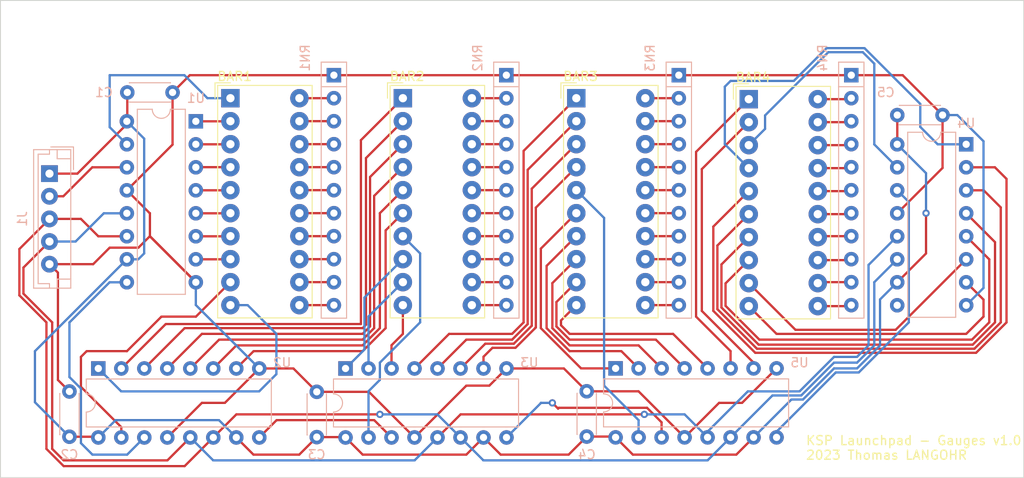
<source format=kicad_pcb>
(kicad_pcb (version 20221018) (generator pcbnew)
  (layers (0 "F.Cu" signal) (31 "B.Cu" signal) (34 "B.Paste" user) (35 "F.Paste" user) (36 "B.SilkS" user "B.Silkscreen") (37 "F.SilkS" user "F.Silkscreen") (38 "B.Mask" user) (39 "F.Mask" user) (44 "Edge.Cuts" user))
  (net 0 "")
  (net 1 "Net-(U1-QA)")
  (net 2 "Net-(U1-QB)")
  (net 3 "Net-(U1-QC)")
  (net 4 "Net-(U1-QD)")
  (net 5 "Net-(U1-QE)")
  (net 6 "Net-(U1-QF)")
  (net 7 "Net-(U1-QG)")
  (net 8 "Net-(U1-QH)")
  (net 9 "Net-(U2-QA)")
  (net 10 "Net-(U2-QB)")
  (net 11 "Net-(RN1-R10)")
  (net 12 "Net-(RN1-R9)")
  (net 13 "Net-(RN1-R8)")
  (net 14 "Net-(RN1-R7)")
  (net 15 "Net-(RN1-R6)")
  (net 16 "Net-(RN1-R5)")
  (net 17 "Net-(RN1-R4)")
  (net 18 "Net-(RN1-R3)")
  (net 19 "Net-(RN1-R2)")
  (net 20 "Net-(RN1-R1)")
  (net 21 "Net-(U2-QC)")
  (net 22 "Net-(U2-QD)")
  (net 23 "Net-(U2-QE)")
  (net 24 "Net-(U2-QF)")
  (net 25 "Net-(U2-QG)")
  (net 26 "Net-(U2-QH)")
  (net 27 "Net-(U3-QA)")
  (net 28 "Net-(U3-QB)")
  (net 29 "Net-(U3-QC)")
  (net 30 "Net-(U3-QD)")
  (net 31 "Net-(RN2-R10)")
  (net 32 "Net-(RN2-R9)")
  (net 33 "Net-(RN2-R8)")
  (net 34 "Net-(RN2-R7)")
  (net 35 "Net-(RN2-R6)")
  (net 36 "Net-(RN2-R5)")
  (net 37 "Net-(RN2-R4)")
  (net 38 "Net-(RN2-R3)")
  (net 39 "Net-(RN2-R2)")
  (net 40 "Net-(RN2-R1)")
  (net 41 "Net-(U3-QE)")
  (net 42 "Net-(U3-QF)")
  (net 43 "Net-(U3-QG)")
  (net 44 "Net-(U3-QH)")
  (net 45 "Net-(U5-QA)")
  (net 46 "Net-(U5-QB)")
  (net 47 "Net-(U5-QC)")
  (net 48 "Net-(U5-QD)")
  (net 49 "Net-(U5-QE)")
  (net 50 "Net-(U5-QF)")
  (net 51 "Net-(RN3-R10)")
  (net 52 "Net-(RN3-R9)")
  (net 53 "Net-(RN3-R8)")
  (net 54 "Net-(RN3-R7)")
  (net 55 "Net-(RN3-R6)")
  (net 56 "Net-(RN3-R5)")
  (net 57 "Net-(RN3-R4)")
  (net 58 "Net-(RN3-R3)")
  (net 59 "Net-(RN3-R2)")
  (net 60 "Net-(RN3-R1)")
  (net 61 "Net-(U5-QG)")
  (net 62 "Net-(U5-QH)")
  (net 63 "Net-(U4-QA)")
  (net 64 "Net-(U4-QB)")
  (net 65 "Net-(U4-QC)")
  (net 66 "Net-(U4-QD)")
  (net 67 "Net-(U4-QE)")
  (net 68 "Net-(U4-QF)")
  (net 69 "Net-(U4-QG)")
  (net 70 "Net-(U4-QH)")
  (net 71 "Net-(RN4-R10)")
  (net 72 "Net-(RN4-R9)")
  (net 73 "Net-(RN4-R8)")
  (net 74 "Net-(RN4-R7)")
  (net 75 "Net-(RN4-R6)")
  (net 76 "Net-(RN4-R5)")
  (net 77 "Net-(RN4-R4)")
  (net 78 "Net-(RN4-R3)")
  (net 79 "Net-(RN4-R2)")
  (net 80 "Net-(RN4-R1)")
  (net 81 "+5V")
  (net 82 "GND")
  (net 83 "/DG_DATA")
  (net 84 "/DG_CLK")
  (net 85 "/~{DG_LATCH}")
  (net 86 "Net-(U1-QH')")
  (net 87 "Net-(U2-QH')")
  (net 88 "Net-(U3-QH')")
  (net 90 "Net-(U4-SER)")
  (footprint "Display:HDSP-4832" (layer "F.Cu") (at -418.9925 39.37)
    (fp_text reference "BAR3")
    (fp_text value "HDSP-4832_2")
  )
  (footprint "Display:HDSP-4832" (layer "F.Cu") (at -438.15 39.37)
    (fp_text reference "BAR2")
    (fp_text value "HDSP-4832_2")
  )
  (footprint "Display:HDSP-4832" (layer "F.Cu") (at -399.9425 39.4775)
    (fp_text reference "BAR4")
    (fp_text value "HDSP-4832_2")
  )
  (footprint "Display:HDSP-4832" (layer "F.Cu") (at -457.2 39.37)
    (fp_text reference "BAR1")
    (fp_text value "HDSP-4832_2")
  )
  (footprint "Capacitor_THT:C_Disc_D4.3mm_W1.9mm_P5.00mm" (layer "B.Cu") (at -383.54 41.235)
    (fp_text reference "C5")
    (fp_text value "0.1 µf")
  )
  (footprint "Capacitor_THT:C_Disc_D4.3mm_W1.9mm_P5.00mm" (layer "B.Cu") (at -474.98 76.765 90)
    (fp_text reference "C2")
    (fp_text value "0.1 µf")
  )
  (footprint "Capacitor_THT:C_Disc_D4.3mm_W1.9mm_P5.00mm" (layer "B.Cu") (at -417.845 76.745 90)
    (fp_text reference "C4")
    (fp_text value "0.1 µf")
  )
  (footprint "Package_DIP:DIP-16_W7.62mm" (layer "B.Cu") (at -375.93 44.465 180)
    (fp_text reference "U4")
    (fp_text value "74HC595")
  )
  (footprint "Package_DIP:DIP-16_W7.62mm" (layer "B.Cu") (at -414.655 69.215 -90)
    (fp_text reference "U5")
    (fp_text value "74HC595")
  )
  (footprint "Capacitor_THT:C_Disc_D4.3mm_W1.9mm_P5.00mm" (layer "B.Cu") (at -447.66 76.805 90)
    (fp_text reference "C3")
    (fp_text value "0.1 µf")
  )
  (footprint "Package_DIP:DIP-16_W7.62mm" (layer "B.Cu") (at -461.02 41.925 180)
    (fp_text reference "U1")
    (fp_text value "74HC595")
  )
  (footprint "Package_DIP:DIP-16_W7.62mm" (layer "B.Cu") (at -444.485 69.225 -90)
    (fp_text reference "U3")
    (fp_text value "74HC595")
  )
  (footprint "Resistor_THT:R_Array_SIP11" (layer "B.Cu") (at -445.77 36.83 -90)
    (fp_text reference "RN1")
    (fp_text value "R470")
  )
  (footprint "Resistor_THT:R_Array_SIP11" (layer "B.Cu") (at -388.62 36.83 -90)
    (fp_text reference "RN4")
    (fp_text value "R470")
  )
  (footprint "Capacitor_THT:C_Disc_D4.3mm_W1.9mm_P5.00mm" (layer "B.Cu") (at -468.59 38.735)
    (fp_text reference "C1")
    (fp_text value "0.1 µf")
  )
  (footprint "Package_DIP:DIP-16_W7.62mm" (layer "B.Cu") (at -471.79 69.225 -90)
    (fp_text reference "U2")
    (fp_text value "74HC595")
  )
  (footprint "Resistor_THT:R_Array_SIP11" (layer "B.Cu") (at -426.72 36.83 -90)
    (fp_text reference "RN2")
    (fp_text value "R470")
  )
  (footprint "Resistor_THT:R_Array_SIP11" (layer "B.Cu") (at -407.67 36.83 -90)
    (fp_text reference "RN3")
    (fp_text value "R470")
  )
  (footprint "Connectors_JST:JST_EH_B05B-EH-A_05x2.50mm_Straight" (layer "B.Cu") (at -477.185 47.705 -90)
    (fp_text reference "J1")
    (fp_text value "Conn_01x05_Female")
  )
  (gr_rect (start -482.6 28.575) (end -369.57 81.28) (stroke (width 0.1)) (fill none) (layer "Edge.Cuts"))
  (gr_text "KSP Launchpad - Gauges v1.0\n2023 Thomas LANGOHR" (at -393.7 79.375) (layer "F.SilkS") (effects (font (size 1 1)) (justify left bottom)))
  (segment (start -462.28 36.83) (end -459.74 39.37) (width 0.25) (layer "B.Cu") (net 1))
  (segment (start -470.535 36.83) (end -462.28 36.83) (width 0.25) (layer "B.Cu") (net 1))
  (segment (start -459.74 39.37) (end -457.2 39.37) (width 0.25) (layer "B.Cu") (net 1))
  (segment (start -468.64 44.465) (end -470.535 42.57) (width 0.25) (layer "B.Cu") (net 1))
  (segment (start -470.535 42.57) (end -470.535 36.83) (width 0.25) (layer "B.Cu") (net 1))
  (segment (start -457.215 41.925) (end -457.2 41.91) (width 0.25) (layer "F.Cu") (net 2))
  (segment (start -461.02 41.925) (end -457.215 41.925) (width 0.25) (layer "F.Cu") (net 2))
  (segment (start -457.215 44.465) (end -457.2 44.45) (width 0.25) (layer "F.Cu") (net 3))
  (segment (start -461.02 44.465) (end -457.215 44.465) (width 0.25) (layer "F.Cu") (net 3))
  (segment (start -457.2 46.99) (end -461.005 46.99) (width 0.25) (layer "F.Cu") (net 4))
  (segment (start -461.005 46.99) (end -461.02 47.005) (width 0.25) (layer "F.Cu") (net 4))
  (segment (start -461.02 49.545) (end -457.215 49.545) (width 0.25) (layer "F.Cu") (net 5))
  (segment (start -457.215 49.545) (end -457.2 49.53) (width 0.25) (layer "F.Cu") (net 5))
  (segment (start -461.02 52.085) (end -457.215 52.085) (width 0.25) (layer "F.Cu") (net 6))
  (segment (start -457.215 52.085) (end -457.2 52.07) (width 0.25) (layer "F.Cu") (net 6))
  (segment (start -461.02 54.625) (end -457.215 54.625) (width 0.25) (layer "F.Cu") (net 7))
  (segment (start -457.215 54.625) (end -457.2 54.61) (width 0.25) (layer "F.Cu") (net 7))
  (segment (start -457.215 57.165) (end -457.2 57.15) (width 0.25) (layer "F.Cu") (net 8))
  (segment (start -461.02 57.165) (end -457.215 57.165) (width 0.25) (layer "F.Cu") (net 8))
  (segment (start -468.63 67.31) (end -464.82 63.5) (width 0.25) (layer "F.Cu") (net 9))
  (segment (start -469.25 75.71363) (end -473.71 71.25363) (width 0.25) (layer "F.Cu") (net 9))
  (segment (start -469.25 76.845) (end -469.25 75.71363) (width 0.25) (layer "F.Cu") (net 9))
  (segment (start -473.71 71.25363) (end -473.71 67.945) (width 0.25) (layer "F.Cu") (net 9))
  (segment (start -461.01 63.5) (end -457.2 59.69) (width 0.25) (layer "F.Cu") (net 9))
  (segment (start -464.82 63.5) (end -461.01 63.5) (width 0.25) (layer "F.Cu") (net 9))
  (segment (start -473.71 67.945) (end -473.075 67.31) (width 0.25) (layer "F.Cu") (net 9))
  (segment (start -473.075 67.31) (end -468.63 67.31) (width 0.25) (layer "F.Cu") (net 9))
  (segment (start -455.295 62.23) (end -457.2 62.23) (width 0.25) (layer "B.Cu") (net 10))
  (segment (start -471.79 69.225) (end -469.26 71.755) (width 0.25) (layer "B.Cu") (net 10))
  (segment (start -469.26 71.755) (end -454.025 71.755) (width 0.25) (layer "B.Cu") (net 10))
  (segment (start -452.12 69.85) (end -452.12 65.405) (width 0.25) (layer "B.Cu") (net 10))
  (segment (start -454.025 71.755) (end -452.12 69.85) (width 0.25) (layer "B.Cu") (net 10))
  (segment (start -452.12 65.405) (end -455.295 62.23) (width 0.25) (layer "B.Cu") (net 10))
  (segment (start -445.77 62.23) (end -449.58 62.23) (width 0.25) (layer "F.Cu") (net 11))
  (segment (start -449.58 59.69) (end -445.77 59.69) (width 0.25) (layer "F.Cu") (net 12))
  (segment (start -445.77 57.15) (end -449.58 57.15) (width 0.25) (layer "F.Cu") (net 13))
  (segment (start -449.58 54.61) (end -445.77 54.61) (width 0.25) (layer "F.Cu") (net 14))
  (segment (start -445.77 52.07) (end -449.58 52.07) (width 0.25) (layer "F.Cu") (net 15))
  (segment (start -449.58 49.53) (end -445.77 49.53) (width 0.25) (layer "F.Cu") (net 16))
  (segment (start -445.77 46.99) (end -449.58 46.99) (width 0.25) (layer "F.Cu") (net 17))
  (segment (start -449.58 44.45) (end -445.77 44.45) (width 0.25) (layer "F.Cu") (net 18))
  (segment (start -445.77 41.91) (end -449.58 41.91) (width 0.25) (layer "F.Cu") (net 19))
  (segment (start -449.58 39.37) (end -445.77 39.37) (width 0.25) (layer "F.Cu") (net 20))
  (segment (start -469.25 69.225) (end -464.342208 64.317208) (width 0.25) (layer "F.Cu") (net 21))
  (segment (start -464.342208 64.317208) (end -442.784188 64.317208) (width 0.25) (layer "F.Cu") (net 21))
  (segment (start -442.784188 64.317208) (end -442.784188 44.004188) (width 0.25) (layer "F.Cu") (net 21))
  (segment (start -442.784188 44.004188) (end -438.15 39.37) (width 0.25) (layer "F.Cu") (net 21))
  (segment (start -462.252208 64.767208) (end -442.597792 64.767208) (width 0.25) (layer "F.Cu") (net 22))
  (segment (start -442.225 64.394416) (end -442.225 45.985) (width 0.25) (layer "F.Cu") (net 22))
  (segment (start -466.71 69.225) (end -462.252208 64.767208) (width 0.25) (layer "F.Cu") (net 22))
  (segment (start -442.225 45.985) (end -438.15 41.91) (width 0.25) (layer "F.Cu") (net 22))
  (segment (start -442.597792 64.767208) (end -442.225 64.394416) (width 0.25) (layer "F.Cu") (net 22))
  (segment (start -441.775 48.075) (end -438.15 44.45) (width 0.25) (layer "F.Cu") (net 23))
  (segment (start -442.597094 65.402906) (end -441.775 64.580812) (width 0.25) (layer "F.Cu") (net 23))
  (segment (start -460.347906 65.402906) (end -442.597094 65.402906) (width 0.25) (layer "F.Cu") (net 23))
  (segment (start -464.17 69.225) (end -460.347906 65.402906) (width 0.25) (layer "F.Cu") (net 23))
  (segment (start -441.775 64.580812) (end -441.775 48.075) (width 0.25) (layer "F.Cu") (net 23))
  (segment (start -441.325 64.767208) (end -441.325 50.165) (width 0.25) (layer "F.Cu") (net 24))
  (segment (start -441.325 50.165) (end -438.15 46.99) (width 0.25) (layer "F.Cu") (net 24))
  (segment (start -458.443604 66.038604) (end -442.596396 66.038604) (width 0.25) (layer "F.Cu") (net 24))
  (segment (start -442.596396 66.038604) (end -441.325 64.767208) (width 0.25) (layer "F.Cu") (net 24))
  (segment (start -461.63 69.225) (end -458.443604 66.038604) (width 0.25) (layer "F.Cu") (net 24))
  (segment (start -442.596396 66.675) (end -440.690698 64.769302) (width 0.25) (layer "F.Cu") (net 25))
  (segment (start -459.09 69.225) (end -456.54 66.675) (width 0.25) (layer "F.Cu") (net 25))
  (segment (start -456.54 66.675) (end -442.596396 66.675) (width 0.25) (layer "F.Cu") (net 25))
  (segment (start -440.690698 52.070698) (end -438.15 49.53) (width 0.25) (layer "F.Cu") (net 25))
  (segment (start -440.690698 64.769302) (end -440.690698 52.070698) (width 0.25) (layer "F.Cu") (net 25))
  (segment (start -440.055 53.975) (end -438.15 52.07) (width 0.25) (layer "F.Cu") (net 26))
  (segment (start -456.55 69.225) (end -454.635 67.31) (width 0.25) (layer "F.Cu") (net 26))
  (segment (start -442.595 67.31) (end -440.055 64.77) (width 0.25) (layer "F.Cu") (net 26))
  (segment (start -454.635 67.31) (end -442.595 67.31) (width 0.25) (layer "F.Cu") (net 26))
  (segment (start -440.055 64.77) (end -440.055 53.975) (width 0.25) (layer "F.Cu") (net 26))
  (segment (start -436.245 64.135) (end -436.245 56.515) (width 0.25) (layer "B.Cu") (net 27))
  (segment (start -440.69 68.58) (end -436.245 64.135) (width 0.25) (layer "B.Cu") (net 27))
  (segment (start -436.245 56.515) (end -438.15 54.61) (width 0.25) (layer "B.Cu") (net 27))
  (segment (start -441.945 71.74) (end -440.69 70.485) (width 0.25) (layer "B.Cu") (net 27))
  (segment (start -441.945 76.845) (end -441.945 71.74) (width 0.25) (layer "B.Cu") (net 27))
  (segment (start -440.69 70.485) (end -440.69 68.58) (width 0.25) (layer "B.Cu") (net 27))
  (segment (start -442.395 61.395) (end -442.395 67.135) (width 0.25) (layer "B.Cu") (net 28))
  (segment (start -438.15 57.15) (end -442.395 61.395) (width 0.25) (layer "B.Cu") (net 28))
  (segment (start -442.395 67.135) (end -444.485 69.225) (width 0.25) (layer "B.Cu") (net 28))
  (segment (start -441.945 63.485) (end -441.945 69.225) (width 0.25) (layer "B.Cu") (net 29))
  (segment (start -438.15 59.69) (end -441.945 63.485) (width 0.25) (layer "B.Cu") (net 29))
  (segment (start -439.405 66.66) (end -438.15 65.405) (width 0.25) (layer "F.Cu") (net 30))
  (segment (start -439.405 69.225) (end -439.405 66.66) (width 0.25) (layer "F.Cu") (net 30))
  (segment (start -438.15 65.405) (end -438.15 62.23) (width 0.25) (layer "F.Cu") (net 30))
  (segment (start -430.53 62.23) (end -426.72 62.23) (width 0.25) (layer "F.Cu") (net 31))
  (segment (start -430.53 59.69) (end -426.72 59.69) (width 0.25) (layer "F.Cu") (net 32))
  (segment (start -430.53 57.15) (end -426.72 57.15) (width 0.25) (layer "F.Cu") (net 33))
  (segment (start -426.72 54.61) (end -430.53 54.61) (width 0.25) (layer "F.Cu") (net 34))
  (segment (start -430.53 52.07) (end -426.72 52.07) (width 0.25) (layer "F.Cu") (net 35))
  (segment (start -426.72 49.53) (end -430.53 49.53) (width 0.25) (layer "F.Cu") (net 36))
  (segment (start -430.53 46.99) (end -426.72 46.99) (width 0.25) (layer "F.Cu") (net 37))
  (segment (start -430.53 44.45) (end -426.72 44.45) (width 0.25) (layer "F.Cu") (net 38))
  (segment (start -426.72 41.91) (end -430.53 41.91) (width 0.25) (layer "F.Cu") (net 39))
  (segment (start -430.53 39.37) (end -426.72 39.37) (width 0.25) (layer "F.Cu") (net 40))
  (segment (start -433.045 65.405) (end -426.085 65.405) (width 0.25) (layer "F.Cu") (net 41))
  (segment (start -426.085 65.405) (end -424.815 64.135) (width 0.25) (layer "F.Cu") (net 41))
  (segment (start -436.865 69.225) (end -433.045 65.405) (width 0.25) (layer "F.Cu") (net 41))
  (segment (start -424.815 45.1925) (end -418.9925 39.37) (width 0.25) (layer "F.Cu") (net 41))
  (segment (start -424.815 64.135) (end -424.815 45.1925) (width 0.25) (layer "F.Cu") (net 41))
  (segment (start -424.365 47.2825) (end -418.9925 41.91) (width 0.25) (layer "F.Cu") (net 42))
  (segment (start -424.365 64.321396) (end -424.365 47.2825) (width 0.25) (layer "F.Cu") (net 42))
  (segment (start -426.083604 66.04) (end -424.365 64.321396) (width 0.25) (layer "F.Cu") (net 42))
  (segment (start -434.325 69.225) (end -431.14 66.04) (width 0.25) (layer "F.Cu") (net 42))
  (segment (start -431.14 66.04) (end -426.083604 66.04) (width 0.25) (layer "F.Cu") (net 42))
  (segment (start -423.915 64.507792) (end -423.915 49.3725) (width 0.25) (layer "F.Cu") (net 43))
  (segment (start -425.897208 66.49) (end -423.915 64.507792) (width 0.25) (layer "F.Cu") (net 43))
  (segment (start -431.785 69.225) (end -429.05 66.49) (width 0.25) (layer "F.Cu") (net 43))
  (segment (start -429.05 66.49) (end -425.897208 66.49) (width 0.25) (layer "F.Cu") (net 43))
  (segment (start -423.915 49.3725) (end -418.9925 44.45) (width 0.25) (layer "F.Cu") (net 43))
  (segment (start -429.245 69.225) (end -429.245 67.93) (width 0.25) (layer "F.Cu") (net 44))
  (segment (start -425.710812 66.94) (end -423.545 64.774188) (width 0.25) (layer "F.Cu") (net 44))
  (segment (start -423.465 51.4625) (end -418.9925 46.99) (width 0.25) (layer "F.Cu") (net 44))
  (segment (start -423.545 64.774188) (end -423.465 64.694188) (width 0.25) (layer "F.Cu") (net 44))
  (segment (start -429.245 67.93) (end -428.255 66.94) (width 0.25) (layer "F.Cu") (net 44))
  (segment (start -423.465 64.694188) (end -423.465 51.4625) (width 0.25) (layer "F.Cu") (net 44))
  (segment (start -423.545 64.774188) (end -423.545 64.77) (width 0.25) (layer "F.Cu") (net 44))
  (segment (start -428.255 66.94) (end -425.710812 66.94) (width 0.25) (layer "F.Cu") (net 44))
  (segment (start -412.115 74.93) (end -415.925 71.12) (width 0.25) (layer "B.Cu") (net 45))
  (segment (start -415.925 52.5975) (end -418.9925 49.53) (width 0.25) (layer "B.Cu") (net 45))
  (segment (start -412.115 76.835) (end -412.115 74.93) (width 0.25) (layer "B.Cu") (net 45))
  (segment (start -415.925 71.12) (end -415.925 52.5975) (width 0.25) (layer "B.Cu") (net 45))
  (segment (start -422.91 55.9875) (end -418.9925 52.07) (width 0.25) (layer "F.Cu") (net 46))
  (segment (start -414.655 69.215) (end -418.465 69.215) (width 0.25) (layer "F.Cu") (net 46))
  (segment (start -418.465 69.215) (end -422.91 64.77) (width 0.25) (layer "F.Cu") (net 46))
  (segment (start -422.91 64.77) (end -422.91 55.9875) (width 0.25) (layer "F.Cu") (net 46))
  (segment (start -412.115 69.215) (end -414.020698 67.309302) (width 0.25) (layer "F.Cu") (net 47))
  (segment (start -422.275 64.768604) (end -422.275 57.8925) (width 0.25) (layer "F.Cu") (net 47))
  (segment (start -419.734302 67.309302) (end -422.275 64.768604) (width 0.25) (layer "F.Cu") (net 47))
  (segment (start -414.020698 67.309302) (end -419.734302 67.309302) (width 0.25) (layer "F.Cu") (net 47))
  (segment (start -422.275 57.8925) (end -418.9925 54.61) (width 0.25) (layer "F.Cu") (net 47))
  (segment (start -412.115 66.675) (end -419.732208 66.675) (width 0.25) (layer "F.Cu") (net 48))
  (segment (start -419.732208 66.675) (end -421.638604 64.768604) (width 0.25) (layer "F.Cu") (net 48))
  (segment (start -409.575 69.215) (end -412.115 66.675) (width 0.25) (layer "F.Cu") (net 48))
  (segment (start -421.638604 64.768604) (end -421.638604 59.796104) (width 0.25) (layer "F.Cu") (net 48))
  (segment (start -421.638604 59.796104) (end -418.9925 57.15) (width 0.25) (layer "F.Cu") (net 48))
  (segment (start -410.212094 66.037906) (end -419.732906 66.037906) (width 0.25) (layer "F.Cu") (net 49))
  (segment (start -421.188604 61.886104) (end -418.9925 59.69) (width 0.25) (layer "F.Cu") (net 49))
  (segment (start -419.732906 66.037906) (end -421.188604 64.582208) (width 0.25) (layer "F.Cu") (net 49))
  (segment (start -407.035 69.215) (end -410.212094 66.037906) (width 0.25) (layer "F.Cu") (net 49))
  (segment (start -421.188604 64.582208) (end -421.188604 61.886104) (width 0.25) (layer "F.Cu") (net 49))
  (segment (start -408.305 65.405) (end -419.729416 65.405) (width 0.25) (layer "F.Cu") (net 50))
  (segment (start -420.684708 64.449708) (end -420.684708 63.922208) (width 0.25) (layer "F.Cu") (net 50))
  (segment (start -404.495 69.215) (end -408.305 65.405) (width 0.25) (layer "F.Cu") (net 50))
  (segment (start -420.684708 63.922208) (end -418.9925 62.23) (width 0.25) (layer "F.Cu") (net 50))
  (segment (start -419.729416 65.405) (end -420.684708 64.449708) (width 0.25) (layer "F.Cu") (net 50))
  (segment (start -407.67 62.23) (end -411.3725 62.23) (width 0.25) (layer "F.Cu") (net 51))
  (segment (start -411.3725 59.69) (end -407.67 59.69) (width 0.25) (layer "F.Cu") (net 52))
  (segment (start -411.3725 57.15) (end -407.67 57.15) (width 0.25) (layer "F.Cu") (net 53))
  (segment (start -411.3725 54.61) (end -407.67 54.61) (width 0.25) (layer "F.Cu") (net 54))
  (segment (start -411.3725 52.07) (end -407.67 52.07) (width 0.25) (layer "F.Cu") (net 55))
  (segment (start -407.67 49.53) (end -411.3725 49.53) (width 0.25) (layer "F.Cu") (net 56))
  (segment (start -411.3725 46.99) (end -407.67 46.99) (width 0.25) (layer "F.Cu") (net 57))
  (segment (start -411.3725 44.45) (end -407.67 44.45) (width 0.25) (layer "F.Cu") (net 58))
  (segment (start -407.67 41.91) (end -411.3725 41.91) (width 0.25) (layer "F.Cu") (net 59))
  (segment (start -411.3725 39.37) (end -407.67 39.37) (width 0.25) (layer "F.Cu") (net 60))
  (segment (start -405.765 63.5) (end -405.765 45.3) (width 0.25) (layer "F.Cu") (net 61))
  (segment (start -401.955 67.31) (end -405.765 63.5) (width 0.25) (layer "F.Cu") (net 61))
  (segment (start -401.955 69.215) (end -401.955 67.31) (width 0.25) (layer "F.Cu") (net 61))
  (segment (start -405.765 45.3) (end -399.9425 39.4775) (width 0.25) (layer "F.Cu") (net 61))
  (segment (start -399.415 69.215) (end -399.415 68.58) (width 0.25) (layer "F.Cu") (net 62))
  (segment (start -405.13 62.865) (end -405.13 47.205) (width 0.25) (layer "F.Cu") (net 62))
  (segment (start -405.13 47.205) (end -399.9425 42.0175) (width 0.25) (layer "F.Cu") (net 62))
  (segment (start -399.415 68.58) (end -405.13 62.865) (width 0.25) (layer "F.Cu") (net 62))
  (segment (start -386.08 44.475) (end -383.55 47.005) (width 0.25) (layer "B.Cu") (net 63))
  (segment (start -391.16 34.29) (end -387.35 34.29) (width 0.25) (layer "B.Cu") (net 63))
  (segment (start -398.145 42.76) (end -398.145 41.275) (width 0.25) (layer "B.Cu") (net 63))
  (segment (start -399.9425 44.5575) (end -398.145 42.76) (width 0.25) (layer "B.Cu") (net 63))
  (segment (start -387.35 34.29) (end -386.08 35.56) (width 0.25) (layer "B.Cu") (net 63))
  (segment (start -386.08 35.56) (end -386.08 44.475) (width 0.25) (layer "B.Cu") (net 63))
  (segment (start -398.145 41.275) (end -391.16 34.29) (width 0.25) (layer "B.Cu") (net 63))
  (segment (start -399.9425 47.0975) (end -402.59 44.45) (width 0.25) (layer "B.Cu") (net 64))
  (segment (start -394.971396 37.465) (end -391.346396 33.84) (width 0.25) (layer "B.Cu") (net 64))
  (segment (start -379.08 44.465) (end -375.93 44.465) (width 0.25) (layer "B.Cu") (net 64))
  (segment (start -381 42.545) (end -379.08 44.465) (width 0.25) (layer "B.Cu") (net 64))
  (segment (start -391.346396 33.84) (end -387.163604 33.84) (width 0.25) (layer "B.Cu") (net 64))
  (segment (start -402.59 38.1) (end -402.59 44.45) (width 0.25) (layer "B.Cu") (net 64))
  (segment (start -401.955 37.465) (end -402.59 38.1) (width 0.25) (layer "B.Cu") (net 64))
  (segment (start -387.163604 33.84) (end -381 40.003604) (width 0.25) (layer "B.Cu") (net 64))
  (segment (start -381 40.003604) (end -381 42.545) (width 0.25) (layer "B.Cu") (net 64))
  (segment (start -394.971396 37.465) (end -401.955 37.465) (width 0.25) (layer "B.Cu") (net 64))
  (segment (start -371.475 48.283604) (end -372.753604 47.005) (width 0.25) (layer "F.Cu") (net 65))
  (segment (start -403.86 53.555) (end -403.86 62.862208) (width 0.25) (layer "F.Cu") (net 65))
  (segment (start -399.9425 49.6375) (end -403.86 53.555) (width 0.25) (layer "F.Cu") (net 65))
  (segment (start -399.227208 67.495) (end -374.835 67.495) (width 0.25) (layer "F.Cu") (net 65))
  (segment (start -374.835 67.495) (end -371.475 64.135) (width 0.25) (layer "F.Cu") (net 65))
  (segment (start -403.86 62.862208) (end -399.227208 67.495) (width 0.25) (layer "F.Cu") (net 65))
  (segment (start -371.475 64.135) (end -371.475 48.283604) (width 0.25) (layer "F.Cu") (net 65))
  (segment (start -372.753604 47.005) (end -375.93 47.005) (width 0.25) (layer "F.Cu") (net 65))
  (segment (start -403.41 62.675812) (end -399.040812 67.045) (width 0.25) (layer "F.Cu") (net 66))
  (segment (start -372.11 64.133604) (end -372.11 51.435) (width 0.25) (layer "F.Cu") (net 66))
  (segment (start -403.41 55.645) (end -403.41 62.675812) (width 0.25) (layer "F.Cu") (net 66))
  (segment (start -374 49.545) (end -375.93 49.545) (width 0.25) (layer "F.Cu") (net 66))
  (segment (start -372.11 51.435) (end -374 49.545) (width 0.25) (layer "F.Cu") (net 66))
  (segment (start -399.9425 52.1775) (end -403.41 55.645) (width 0.25) (layer "F.Cu") (net 66))
  (segment (start -399.040812 67.045) (end -375.021396 67.045) (width 0.25) (layer "F.Cu") (net 66))
  (segment (start -375.021396 67.045) (end -372.11 64.133604) (width 0.25) (layer "F.Cu") (net 66))
  (segment (start -398.854416 66.595) (end -375.207792 66.595) (width 0.25) (layer "F.Cu") (net 67))
  (segment (start -372.745 64.132208) (end -372.745 55.27) (width 0.25) (layer "F.Cu") (net 67))
  (segment (start -375.207792 66.595) (end -372.745 64.132208) (width 0.25) (layer "F.Cu") (net 67))
  (segment (start -402.96 57.735) (end -402.96 62.489416) (width 0.25) (layer "F.Cu") (net 67))
  (segment (start -372.745 55.27) (end -375.93 52.085) (width 0.25) (layer "F.Cu") (net 67))
  (segment (start -399.9425 54.7175) (end -402.96 57.735) (width 0.25) (layer "F.Cu") (net 67))
  (segment (start -402.96 62.489416) (end -398.854416 66.595) (width 0.25) (layer "F.Cu") (net 67))
  (segment (start -375.289188 66.04) (end -398.77302 66.04) (width 0.25) (layer "F.Cu") (net 68))
  (segment (start -373.38 64.130812) (end -375.289188 66.04) (width 0.25) (layer "F.Cu") (net 68))
  (segment (start -402.51 59.825) (end -399.9425 57.2575) (width 0.25) (layer "F.Cu") (net 68))
  (segment (start -373.38 57.175) (end -373.38 64.130812) (width 0.25) (layer "F.Cu") (net 68))
  (segment (start -375.93 54.625) (end -373.38 57.175) (width 0.25) (layer "F.Cu") (net 68))
  (segment (start -402.51 62.30302) (end -402.51 59.825) (width 0.25) (layer "F.Cu") (net 68))
  (segment (start -398.77302 66.04) (end -402.51 62.30302) (width 0.25) (layer "F.Cu") (net 68))
  (segment (start -383.72 64.955) (end -375.93 57.165) (width 0.25) (layer "F.Cu") (net 69))
  (segment (start -399.9425 59.7975) (end -394.785 64.955) (width 0.25) (layer "F.Cu") (net 69))
  (segment (start -394.785 64.955) (end -383.72 64.955) (width 0.25) (layer "F.Cu") (net 69))
  (segment (start -399.9425 62.3375) (end -396.875 65.405) (width 0.25) (layer "F.Cu") (net 70))
  (segment (start -375.92698 65.405) (end -374.015 63.49302) (width 0.25) (layer "F.Cu") (net 70))
  (segment (start -374.015 61.62) (end -375.93 59.705) (width 0.25) (layer "F.Cu") (net 70))
  (segment (start -396.875 65.405) (end -375.92698 65.405) (width 0.25) (layer "F.Cu") (net 70))
  (segment (start -374.015 63.49302) (end -374.015 61.62) (width 0.25) (layer "F.Cu") (net 70))
  (segment (start -392.3225 62.3375) (end -388.7275 62.3375) (width 0.25) (layer "F.Cu") (net 71))
  (segment (start -388.7275 62.3375) (end -388.62 62.23) (width 0.25) (layer "F.Cu") (net 71))
  (segment (start -392.215 59.69) (end -392.3225 59.7975) (width 0.25) (layer "F.Cu") (net 72))
  (segment (start -388.62 59.69) (end -392.215 59.69) (width 0.25) (layer "F.Cu") (net 72))
  (segment (start -392.3225 57.2575) (end -388.7275 57.2575) (width 0.25) (layer "F.Cu") (net 73))
  (segment (start -388.7275 57.2575) (end -388.62 57.15) (width 0.25) (layer "F.Cu") (net 73))
  (segment (start -392.215 54.61) (end -392.3225 54.7175) (width 0.25) (layer "F.Cu") (net 74))
  (segment (start -388.62 54.61) (end -392.215 54.61) (width 0.25) (layer "F.Cu") (net 74))
  (segment (start -392.3225 52.1775) (end -388.7275 52.1775) (width 0.25) (layer "F.Cu") (net 75))
  (segment (start -388.7275 52.1775) (end -388.62 52.07) (width 0.25) (layer "F.Cu") (net 75))
  (segment (start -392.3225 49.6375) (end -388.7275 49.6375) (width 0.25) (layer "F.Cu") (net 76))
  (segment (start -388.7275 49.6375) (end -388.62 49.53) (width 0.25) (layer "F.Cu") (net 76))
  (segment (start -392.3225 47.0975) (end -388.7275 47.0975) (width 0.25) (layer "F.Cu") (net 77))
  (segment (start -388.7275 47.0975) (end -388.62 46.99) (width 0.25) (layer "F.Cu") (net 77))
  (segment (start -392.3225 44.5575) (end -388.7275 44.5575) (width 0.25) (layer "F.Cu") (net 78))
  (segment (start -388.7275 44.5575) (end -388.62 44.45) (width 0.25) (layer "F.Cu") (net 78))
  (segment (start -388.7275 42.0175) (end -388.62 41.91) (width 0.25) (layer "F.Cu") (net 79))
  (segment (start -392.3225 42.0175) (end -388.7275 42.0175) (width 0.25) (layer "F.Cu") (net 79))
  (segment (start -392.3225 39.4775) (end -388.7275 39.4775) (width 0.25) (layer "F.Cu") (net 80))
  (segment (start -388.7275 39.4775) (end -388.62 39.37) (width 0.25) (layer "F.Cu") (net 80))
  (segment (start -447.66 76.805) (end -444.525 76.805) (width 0.25) (layer "F.Cu") (net 81))
  (segment (start -449.595 78.74) (end -454.655 78.74) (width 0.25) (layer "F.Cu") (net 81))
  (segment (start -429.245 76.845) (end -431.14 78.74) (width 0.25) (layer "F.Cu") (net 81))
  (segment (start -447.66 76.805) (end -449.595 78.74) (width 0.25) (layer "F.Cu") (net 81))
  (segment (start -383.54 41.235) (end -383.54 44.455) (width 0.25) (layer "F.Cu") (net 81))
  (segment (start -383.54 44.455) (end -383.55 44.465) (width 0.25) (layer "F.Cu") (net 81))
  (segment (start -442.59 78.74) (end -444.485 76.845) (width 0.25) (layer "F.Cu") (net 81))
  (segment (start -419.84 78.74) (end -427.35 78.74) (width 0.25) (layer "F.Cu") (net 81))
  (segment (start -399.415 76.835) (end -401.32 78.74) (width 0.25) (layer "F.Cu") (net 81))
  (segment (start -427.35 78.74) (end -429.245 76.845) (width 0.25) (layer "F.Cu") (net 81))
  (segment (start -380.365 56.52) (end -380.365 52.07) (width 0.25) (layer "F.Cu") (net 81))
  (segment (start -468.64 42.24) (end -468.64 41.925) (width 0.25) (layer "F.Cu") (net 81))
  (segment (start -401.32 78.74) (end -412.75 78.74) (width 0.25) (layer "F.Cu") (net 81))
  (segment (start -417.845 76.745) (end -414.745 76.745) (width 0.25) (layer "F.Cu") (net 81))
  (segment (start -414.745 76.745) (end -414.655 76.835) (width 0.25) (layer "F.Cu") (net 81))
  (segment (start -468.59 41.875) (end -468.64 41.925) (width 0.25) (layer "F.Cu") (net 81))
  (segment (start -474.105 47.705) (end -468.64 42.24) (width 0.25) (layer "F.Cu") (net 81))
  (segment (start -383.55 59.705) (end -380.365 56.52) (width 0.25) (layer "F.Cu") (net 81))
  (segment (start -474.98 76.765) (end -471.87 76.765) (width 0.25) (layer "F.Cu") (net 81))
  (segment (start -431.14 78.74) (end -442.59 78.74) (width 0.25) (layer "F.Cu") (net 81))
  (segment (start -471.87 76.765) (end -471.79 76.845) (width 0.25) (layer "F.Cu") (net 81))
  (segment (start -417.845 76.745) (end -419.84 78.74) (width 0.25) (layer "F.Cu") (net 81))
  (segment (start -477.185 47.705) (end -474.105 47.705) (width 0.25) (layer "F.Cu") (net 81))
  (segment (start -444.525 76.805) (end -444.485 76.845) (width 0.25) (layer "F.Cu") (net 81))
  (segment (start -412.75 78.74) (end -414.655 76.835) (width 0.25) (layer "F.Cu") (net 81))
  (segment (start -454.655 78.74) (end -456.55 76.845) (width 0.25) (layer "F.Cu") (net 81))
  (segment (start -468.59 38.735) (end -468.59 41.875) (width 0.25) (layer "F.Cu") (net 81))
  (via (at -380.365 52.07) (size 0.8) (drill 0.4) (layers "F.Cu" "B.Cu") (net 81))
  (segment (start -385.445 61.6) (end -383.55 59.705) (width 0.25) (layer "B.Cu") (net 81))
  (segment (start -467.375 57.165) (end -468.64 57.165) (width 0.25) (layer "B.Cu") (net 81))
  (segment (start -380.365 52.07) (end -380.365 47.65) (width 0.25) (layer "B.Cu") (net 81))
  (segment (start -478.79 67.315) (end -468.64 57.165) (width 0.25) (layer "B.Cu") (net 81))
  (segment (start -468.64 41.925) (end -466.725 43.84) (width 0.25) (layer "B.Cu") (net 81))
  (segment (start -471.79 76.845) (end -469.9 74.955) (width 0.25) (layer "B.Cu") (net 81))
  (segment (start -390.523604 69.216396) (end -387.983604 69.216396) (width 0.25) (layer "B.Cu") (net 81))
  (segment (start -469.9 74.955) (end -469.9 74.93) (width 0.25) (layer "B.Cu") (net 81))
  (segment (start -466.725 56.515) (end -467.375 57.165) (width 0.25) (layer "B.Cu") (net 81))
  (segment (start -393.962208 72.655) (end -390.523604 69.216396) (width 0.25) (layer "B.Cu") (net 81))
  (segment (start -478.79 72.955) (end -478.79 67.315) (width 0.25) (layer "B.Cu") (net 81))
  (segment (start -458.465 74.93) (end -456.55 76.845) (width 0.25) (layer "B.Cu") (net 81))
  (segment (start -399.415 76.835) (end -395.235 72.655) (width 0.25) (layer "B.Cu") (net 81))
  (segment (start -380.365 47.65) (end -383.55 44.465) (width 0.25) (layer "B.Cu") (net 81))
  (segment (start -474.98 76.765) (end -478.79 72.955) (width 0.25) (layer "B.Cu") (net 81))
  (segment (start -387.983604 69.216396) (end -385.445 66.677792) (width 0.25) (layer "B.Cu") (net 81))
  (segment (start -385.445 66.677792) (end -385.445 61.6) (width 0.25) (layer "B.Cu") (net 81))
  (segment (start -466.725 43.84) (end -466.725 56.515) (width 0.25) (layer "B.Cu") (net 81))
  (segment (start -469.9 74.93) (end -458.465 74.93) (width 0.25) (layer "B.Cu") (net 81))
  (segment (start -395.235 72.655) (end -393.962208 72.655) (width 0.25) (layer "B.Cu") (net 81))
  (segment (start -460.35 73.025) (end -457.81 73.025) (width 0.25) (layer "F.Cu") (net 82))
  (segment (start -447.66 71.805) (end -441.905 71.805) (width 0.25) (layer "F.Cu") (net 82))
  (segment (start -470.535 55.88) (end -467.36 55.88) (width 0.25) (layer "F.Cu") (net 82))
  (segment (start -476.25 58.64) (end -476.25 70.495) (width 0.25) (layer "F.Cu") (net 82))
  (segment (start -476.25 70.495) (end -474.98 71.765) (width 0.25) (layer "F.Cu") (net 82))
  (segment (start -467.36 55.88) (end -466.09 54.61) (width 0.25) (layer "F.Cu") (net 82))
  (segment (start -464.17 76.845) (end -460.35 73.025) (width 0.25) (layer "F.Cu") (net 82))
  (segment (start -450.24 69.225) (end -447.66 71.805) (width 0.25) (layer "F.Cu") (net 82))
  (segment (start -461.02 59.68) (end -461.02 59.705) (width 0.25) (layer "F.Cu") (net 82))
  (segment (start -431.14 71.12) (end -428.6 71.12) (width 0.25) (layer "F.Cu") (net 82))
  (segment (start -428.6 71.12) (end -426.705 69.225) (width 0.25) (layer "F.Cu") (net 82))
  (segment (start -378.54 41.235) (end -378.54 47.075) (width 0.25) (layer "F.Cu") (net 82))
  (segment (start -403.225 73.025) (end -400.685 73.025) (width 0.25) (layer "F.Cu") (net 82))
  (segment (start -378.54 47.075) (end -383.55 52.085) (width 0.25) (layer "F.Cu") (net 82))
  (segment (start -468.64 49.545) (end -466.115 52.07) (width 0.25) (layer "F.Cu") (net 82))
  (segment (start -477.185 57.705) (end -472.36 57.705) (width 0.25) (layer "F.Cu") (net 82))
  (segment (start -457.81 73.025) (end -454.01 69.225) (width 0.25) (layer "F.Cu") (net 82))
  (segment (start -466.09 54.61) (end -461.02 59.68) (width 0.25) (layer "F.Cu") (net 82))
  (segment (start -466.09 54.635) (end -461.02 59.705) (width 0.25) (layer "F.Cu") (net 82))
  (segment (start -454.01 69.225) (end -450.24 69.225) (width 0.25) (layer "F.Cu") (net 82))
  (segment (start -426.705 69.225) (end -420.365 69.225) (width 0.25) (layer "F.Cu") (net 82))
  (segment (start -445.77 36.83) (end -426.72 36.83) (width 0.25) (layer "F.Cu") (net 82))
  (segment (start -461.685 36.83) (end -445.77 36.83) (width 0.25) (layer "F.Cu") (net 82))
  (segment (start -468.64 49.545) (end -463.59 44.495) (width 0.25) (layer "F.Cu") (net 82))
  (segment (start -466.09 52.07) (end -466.09 54.635) (width 0.25) (layer "F.Cu") (net 82))
  (segment (start -420.365 69.225) (end -417.845 71.745) (width 0.25) (layer "F.Cu") (net 82))
  (segment (start -417.845 71.745) (end -412.125 71.745) (width 0.25) (layer "F.Cu") (net 82))
  (segment (start -463.59 44.495) (end -463.59 38.735) (width 0.25) (layer "F.Cu") (net 82))
  (segment (start -400.685 73.025) (end -396.875 69.215) (width 0.25) (layer "F.Cu") (net 82))
  (segment (start -436.865 76.845) (end -431.14 71.12) (width 0.25) (layer "F.Cu") (net 82))
  (segment (start -407.035 76.835) (end -403.225 73.025) (width 0.25) (layer "F.Cu") (net 82))
  (segment (start -466.115 52.07) (end -466.09 52.07) (width 0.25) (layer "F.Cu") (net 82))
  (segment (start -472.36 57.705) (end -470.535 55.88) (width 0.25) (layer "F.Cu") (net 82))
  (segment (start -477.185 57.705) (end -476.25 58.64) (width 0.25) (layer "F.Cu") (net 82))
  (segment (start -426.72 36.83) (end -407.67 36.83) (width 0.25) (layer "F.Cu") (net 82))
  (segment (start -407.67 36.83) (end -388.62 36.83) (width 0.25) (layer "F.Cu") (net 82))
  (segment (start -412.125 71.745) (end -407.035 76.835) (width 0.25) (layer "F.Cu") (net 82))
  (segment (start -463.59 38.735) (end -461.685 36.83) (width 0.25) (layer "F.Cu") (net 82))
  (segment (start -388.62 36.83) (end -382.945 36.83) (width 0.25) (layer "F.Cu") (net 82))
  (segment (start -382.945 36.83) (end -378.54 41.235) (width 0.25) (layer "F.Cu") (net 82))
  (segment (start -441.905 71.805) (end -436.865 76.845) (width 0.25) (layer "F.Cu") (net 82))
  (segment (start -374.015 44.13) (end -374.015 60.33) (width 0.25) (layer "B.Cu") (net 82))
  (segment (start -378.54 41.235) (end -376.91 41.235) (width 0.25) (layer "B.Cu") (net 82))
  (segment (start -461.02 62.215) (end -461.02 59.705) (width 0.25) (layer "B.Cu") (net 82))
  (segment (start -376.91 41.235) (end -374.015 44.13) (width 0.25) (layer "B.Cu") (net 82))
  (segment (start -374.015 60.33) (end -375.93 62.245) (width 0.25) (layer "B.Cu") (net 82))
  (segment (start -454.01 69.225) (end -461.02 62.215) (width 0.25) (layer "B.Cu") (net 82))
  (segment (start -477.185 50.205) (end -475.655 50.205) (width 0.25) (layer "F.Cu") (net 83))
  (segment (start -475.655 50.205) (end -472.455 47.005) (width 0.25) (layer "F.Cu") (net 83))
  (segment (start -472.455 47.005) (end -468.64 47.005) (width 0.25) (layer "F.Cu") (net 83))
  (segment (start -480.51 56.03) (end -480.51 61.146396) (width 0.25) (layer "F.Cu") (net 84))
  (segment (start -477.185 52.705) (end -480.51 56.03) (width 0.25) (layer "F.Cu") (net 84))
  (segment (start -480.51 61.146396) (end -477.520698 64.135698) (width 0.25) (layer "F.Cu") (net 84))
  (segment (start -477.185 52.705) (end -473.71 52.705) (width 0.25) (layer "F.Cu") (net 84))
  (segment (start -462.255 80.01) (end -459.09 76.845) (width 0.25) (layer "F.Cu") (net 84))
  (segment (start -477.520698 64.135698) (end -477.520698 78.105698) (width 0.25) (layer "F.Cu") (net 84))
  (segment (start -471.79 54.625) (end -468.64 54.625) (width 0.25) (layer "F.Cu") (net 84))
  (segment (start -477.520698 78.105698) (end -475.616396 80.01) (width 0.25) (layer "F.Cu") (net 84))
  (segment (start -440.69 74.295) (end -456.54 74.295) (width 0.25) (layer "F.Cu") (net 84))
  (segment (start -475.616396 80.01) (end -462.255 80.01) (width 0.25) (layer "F.Cu") (net 84))
  (segment (start -473.71 52.705) (end -471.79 54.625) (width 0.25) (layer "F.Cu") (net 84))
  (segment (start -456.54 74.295) (end -459.09 76.845) (width 0.25) (layer "F.Cu") (net 84))
  (via (at -440.69 74.295) (size 0.8) (drill 0.4) (layers "F.Cu" "B.Cu") (net 84))
  (segment (start -394.148604 72.205) (end -390.524302 68.580698) (width 0.25) (layer "B.Cu") (net 84))
  (segment (start -434.335 74.295) (end -440.69 74.295) (width 0.25) (layer "B.Cu") (net 84))
  (segment (start -397.325 72.205) (end -394.148604 72.205) (width 0.25) (layer "B.Cu") (net 84))
  (segment (start -429.26 79.37) (end -431.785 76.845) (width 0.25) (layer "B.Cu") (net 84))
  (segment (start -387.984302 68.580698) (end -386.08 66.676396) (width 0.25) (layer "B.Cu") (net 84))
  (segment (start -390.524302 68.580698) (end -387.984302 68.580698) (width 0.25) (layer "B.Cu") (net 84))
  (segment (start -386.08 59.695) (end -383.55 57.165) (width 0.25) (layer "B.Cu") (net 84))
  (segment (start -404.495 79.375) (end -429.26 79.375) (width 0.25) (layer "B.Cu") (net 84))
  (segment (start -429.26 79.375) (end -429.26 79.37) (width 0.25) (layer "B.Cu") (net 84))
  (segment (start -386.08 66.676396) (end -386.08 59.695) (width 0.25) (layer "B.Cu") (net 84))
  (segment (start -401.955 76.835) (end -404.495 79.375) (width 0.25) (layer "B.Cu") (net 84))
  (segment (start -431.785 76.845) (end -434.335 74.295) (width 0.25) (layer "B.Cu") (net 84))
  (segment (start -401.955 76.835) (end -397.325 72.205) (width 0.25) (layer "B.Cu") (net 84))
  (segment (start -461.63 76.845) (end -464.16 79.375) (width 0.25) (layer "F.Cu") (net 85))
  (segment (start -480.06 60.96) (end -480.06 58.08) (width 0.25) (layer "F.Cu") (net 85))
  (segment (start -464.16 79.375) (end -475.615 79.375) (width 0.25) (layer "F.Cu") (net 85))
  (segment (start -476.885 64.135) (end -480.06 60.96) (width 0.25) (layer "F.Cu") (net 85))
  (segment (start -480.06 58.08) (end -477.185 55.205) (width 0.25) (layer "F.Cu") (net 85))
  (segment (start -411.48 74.295) (end -431.775 74.295) (width 0.25) (layer "F.Cu") (net 85))
  (segment (start -476.885 78.105) (end -476.885 64.135) (width 0.25) (layer "F.Cu") (net 85))
  (segment (start -475.615 79.375) (end -476.885 78.105) (width 0.25) (layer "F.Cu") (net 85))
  (segment (start -431.775 74.295) (end -434.325 76.845) (width 0.25) (layer "F.Cu") (net 85))
  (via (at -411.48 74.295) (size 0.8) (drill 0.4) (layers "F.Cu" "B.Cu") (net 85))
  (segment (start -471.185 52.085) (end -468.64 52.085) (width 0.25) (layer "B.Cu") (net 85))
  (segment (start -394.335 71.755) (end -390.525 67.945) (width 0.25) (layer "B.Cu") (net 85))
  (segment (start -404.495 76.2) (end -400.05 71.755) (width 0.25) (layer "B.Cu") (net 85))
  (segment (start -474.305 55.205) (end -471.185 52.085) (width 0.25) (layer "B.Cu") (net 85))
  (segment (start -386.71 57.785) (end -383.55 54.625) (width 0.25) (layer "B.Cu") (net 85))
  (segment (start -407.035 74.295) (end -411.48 74.295) (width 0.25) (layer "B.Cu") (net 85))
  (segment (start -387.985 67.945) (end -386.715 66.675) (width 0.25) (layer "B.Cu") (net 85))
  (segment (start -436.855 79.375) (end -459.1 79.375) (width 0.25) (layer "B.Cu") (net 85))
  (segment (start -459.1 79.375) (end -461.63 76.845) (width 0.25) (layer "B.Cu") (net 85))
  (segment (start -386.715 57.785) (end -386.71 57.785) (width 0.25) (layer "B.Cu") (net 85))
  (segment (start -386.715 66.675) (end -386.715 57.785) (width 0.25) (layer "B.Cu") (net 85))
  (segment (start -390.525 67.945) (end -387.985 67.945) (width 0.25) (layer "B.Cu") (net 85))
  (segment (start -404.495 76.835) (end -404.495 76.2) (width 0.25) (layer "B.Cu") (net 85))
  (segment (start -404.495 76.835) (end -407.035 74.295) (width 0.25) (layer "B.Cu") (net 85))
  (segment (start -434.325 76.845) (end -436.855 79.375) (width 0.25) (layer "B.Cu") (net 85))
  (segment (start -400.05 71.755) (end -394.335 71.755) (width 0.25) (layer "B.Cu") (net 85))
  (segment (start -477.185 55.205) (end -474.305 55.205) (width 0.25) (layer "B.Cu") (net 85))
  (segment (start -468.64 59.705) (end -470.543604 59.705) (width 0.25) (layer "B.Cu") (net 86))
  (segment (start -474.98 70.174009) (end -473.71 71.444009) (width 0.25) (layer "B.Cu") (net 86))
  (segment (start -472.44 78.74) (end -468.605 78.74) (width 0.25) (layer "B.Cu") (net 86))
  (segment (start -468.605 78.74) (end -466.71 76.845) (width 0.25) (layer "B.Cu") (net 86))
  (segment (start -473.71 77.47) (end -472.44 78.74) (width 0.25) (layer "B.Cu") (net 86))
  (segment (start -470.543604 59.705) (end -474.98 64.141396) (width 0.25) (layer "B.Cu") (net 86))
  (segment (start -474.98 64.141396) (end -474.98 70.174009) (width 0.25) (layer "B.Cu") (net 86))
  (segment (start -473.71 71.444009) (end -473.71 77.47) (width 0.25) (layer "B.Cu") (net 86))
  (segment (start -441.32 74.93) (end -439.405 76.845) (width 0.25) (layer "F.Cu") (net 87))
  (segment (start -454.01 76.845) (end -452.095 74.93) (width 0.25) (layer "F.Cu") (net 87))
  (segment (start -452.095 74.93) (end -441.32 74.93) (width 0.25) (layer "F.Cu") (net 87))
  (segment (start -409.575 76.835) (end -409.575 75.174695) (width 0.25) (layer "F.Cu") (net 88))
  (segment (start -409.575 75.174695) (end -411.179695 73.57) (width 0.25) (layer "F.Cu") (net 88))
  (segment (start -411.179695 73.57) (end -420.915 73.57) (width 0.25) (layer "F.Cu") (net 88))
  (segment (start -420.915 73.57) (end -421.005 73.66) (width 0.25) (layer "F.Cu") (net 88))
  (segment (start -421.005 73.66) (end -421.64 73.025) (width 0.25) (layer "F.Cu") (net 88))
  (via (at -421.64 73.025) (size 0.8) (drill 0.4) (layers "F.Cu" "B.Cu") (net 88))
  (segment (start -422.91 73.05) (end -426.705 76.845) (width 0.25) (layer "B.Cu") (net 88))
  (segment (start -421.64 73.025) (end -422.91 73.025) (width 0.25) (layer "B.Cu") (net 88))
  (segment (start -422.91 73.025) (end -422.91 73.05) (width 0.25) (layer "B.Cu") (net 88))
  (segment (start -382.27 64.139188) (end -382.27 50.825) (width 0.25) (layer "B.Cu") (net 90))
  (segment (start -396.875 76.835) (end -396.875 76.204188) (width 0.25) (layer "B.Cu") (net 90))
  (segment (start -387.797208 69.666396) (end -382.27 64.139188) (width 0.25) (layer "B.Cu") (net 90))
  (segment (start -390.337208 69.666396) (end -387.797208 69.666396) (width 0.25) (layer "B.Cu") (net 90))
  (segment (start -382.27 50.825) (end -383.55 49.545) (width 0.25) (layer "B.Cu") (net 90))
  (segment (start -396.875 76.204188) (end -390.337208 69.666396) (width 0.25) (layer "B.Cu") (net 90))
)
</source>
